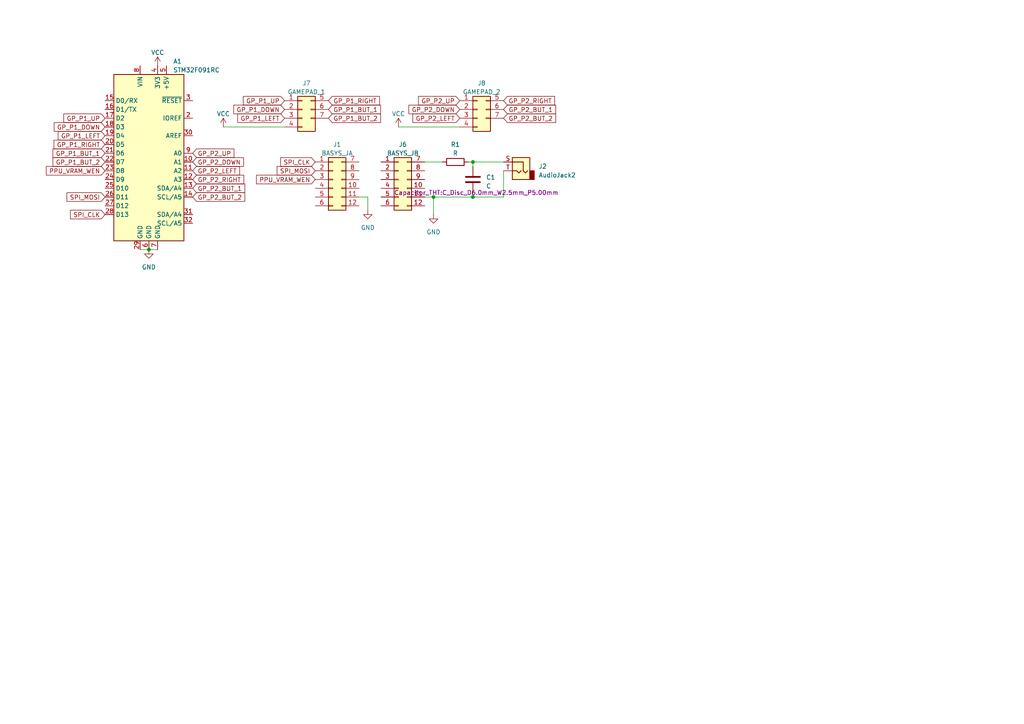
<source format=kicad_sch>
(kicad_sch (version 20230121) (generator eeschema)
  (paper "A4")
  (lib_symbols
    (symbol "Connector_Audio:AudioJack2"
      (property "Reference" "J" (at 0 8.89 0))
      (property "Value" "AudioJack2" (at 0 6.35 0))
      (symbol "AudioJack2_0_1"
        (rectangle (start -3.81 0) (end -2.54 -2.54) (stroke (width 0.254)) (fill (type outline)))
        (rectangle (start -2.54 3.81) (end 2.54 -2.54) (stroke (width 0.254)) (fill (type background)))
        (polyline (pts (xy 0 0) (xy 0.635 -0.635) (xy 1.27 0) (xy 2.54 0)) (stroke (width 0.254)))
        (polyline (pts (xy 2.54 2.54) (xy -0.635 2.54) (xy -0.635 0) (xy -1.27 -0.635) (xy -1.905 0)) (stroke (width 0.254)))
      )
      (symbol "AudioJack2_1_1"
        (pin passive line (at 5.08 2.54 180) (length 2.54) (name "~") (number "S"))
        (pin passive line (at 5.08 0 180) (length 2.54) (name "~") (number "T"))
      )
    )
    (symbol "Connector_Generic:Conn_02x04_Top_Bottom" (pin_names (offset 1.016) hide)
      (property "Reference" "J7" (at 1.27 7.62 0))
      (property "Value" "Conn_02x04_Top_Bottom" (at 1.27 5.08 0))
      (symbol "Conn_02x04_Top_Bottom_1_1"
        (rectangle (start -1.27 -4.953) (end 0 -5.207) (stroke (width 0.1524)))
        (rectangle (start -1.27 -2.413) (end 0 -2.667) (stroke (width 0.1524)))
        (rectangle (start -1.27 0.127) (end 0 -0.127) (stroke (width 0.1524)))
        (rectangle (start -1.27 2.667) (end 0 2.413) (stroke (width 0.1524)))
        (rectangle (start -1.27 3.81) (end 3.81 -6.35) (stroke (width 0.254)) (fill (type background)))
        (rectangle (start 3.81 -2.413) (end 2.54 -2.667) (stroke (width 0.1524)))
        (rectangle (start 3.81 0.127) (end 2.54 -0.127) (stroke (width 0.1524)))
        (rectangle (start 3.81 2.667) (end 2.54 2.413) (stroke (width 0.1524)))
        (pin output line (at -5.08 2.54 0) (length 3.81) (name "UP") (number "1"))
        (pin output line (at -5.08 0 0) (length 3.81) (name "DOWN") (number "2"))
        (pin output line (at -5.08 -2.54 0) (length 3.81) (name "LEFT") (number "3"))
        (pin input line (at -5.08 -5.08 0) (length 3.81) (name "VCC") (number "4"))
        (pin output line (at 7.62 2.54 180) (length 3.81) (name "RIGHT") (number "5"))
        (pin output line (at 7.62 0 180) (length 3.81) (name "PRIMARY") (number "6"))
        (pin output line (at 7.62 -2.54 180) (length 3.81) (name "SECONDARY") (number "7"))
      )
    )
    (symbol "Connector_Generic:Conn_02x06_Top_Bottom" (pin_names (offset 1.016) hide)
      (property "Reference" "J" (at 1.27 7.62 0))
      (property "Value" "Conn_02x06_Top_Bottom" (at 1.27 -10.16 0))
      (symbol "Conn_02x06_Top_Bottom_1_1"
        (rectangle (start -1.27 -7.493) (end 0 -7.747) (stroke (width 0.1524)))
        (rectangle (start -1.27 -4.953) (end 0 -5.207) (stroke (width 0.1524)))
        (rectangle (start -1.27 -2.413) (end 0 -2.667) (stroke (width 0.1524)))
        (rectangle (start -1.27 0.127) (end 0 -0.127) (stroke (width 0.1524)))
        (rectangle (start -1.27 2.667) (end 0 2.413) (stroke (width 0.1524)))
        (rectangle (start -1.27 5.207) (end 0 4.953) (stroke (width 0.1524)))
        (rectangle (start -1.27 6.35) (end 3.81 -8.89) (stroke (width 0.254)) (fill (type background)))
        (rectangle (start 3.81 -7.493) (end 2.54 -7.747) (stroke (width 0.1524)))
        (rectangle (start 3.81 -4.953) (end 2.54 -5.207) (stroke (width 0.1524)))
        (rectangle (start 3.81 -2.413) (end 2.54 -2.667) (stroke (width 0.1524)))
        (rectangle (start 3.81 0.127) (end 2.54 -0.127) (stroke (width 0.1524)))
        (rectangle (start 3.81 2.667) (end 2.54 2.413) (stroke (width 0.1524)))
        (rectangle (start 3.81 5.207) (end 2.54 4.953) (stroke (width 0.1524)))
        (pin passive line (at -5.08 5.08 0) (length 3.81) (name "Pin_1") (number "1"))
        (pin passive line (at 7.62 -2.54 180) (length 3.81) (name "Pin_10") (number "10"))
        (pin passive line (at 7.62 -5.08 180) (length 3.81) (name "Pin_11") (number "11"))
        (pin passive line (at 7.62 -7.62 180) (length 3.81) (name "Pin_12") (number "12"))
        (pin passive line (at -5.08 2.54 0) (length 3.81) (name "Pin_2") (number "2"))
        (pin passive line (at -5.08 0 0) (length 3.81) (name "Pin_3") (number "3"))
        (pin passive line (at -5.08 -2.54 0) (length 3.81) (name "Pin_4") (number "4"))
        (pin passive line (at -5.08 -5.08 0) (length 3.81) (name "Pin_5") (number "5"))
        (pin passive line (at -5.08 -7.62 0) (length 3.81) (name "Pin_6") (number "6"))
        (pin passive line (at 7.62 5.08 180) (length 3.81) (name "Pin_7") (number "7"))
        (pin passive line (at 7.62 2.54 180) (length 3.81) (name "Pin_8") (number "8"))
        (pin passive line (at 7.62 0 180) (length 3.81) (name "Pin_9") (number "9"))
      )
    )
    (symbol "Device:C" (pin_numbers hide) (pin_names (offset 0.254))
      (property "Reference" "C" (at 0.635 2.54 0))
      (property "Value" "C" (at 0.635 -2.54 0))
      (symbol "C_0_1"
        (polyline (pts (xy -2.032 -0.762) (xy 2.032 -0.762)) (stroke (width 0.508)))
        (polyline (pts (xy -2.032 0.762) (xy 2.032 0.762)) (stroke (width 0.508)))
      )
      (symbol "C_1_1"
        (pin passive line (at 0 3.81 270) (length 2.794) (name "~") (number "1"))
        (pin passive line (at 0 -3.81 90) (length 2.794) (name "~") (number "2"))
      )
    )
    (symbol "Device:R" (pin_numbers hide) (pin_names (offset 0))
      (property "Reference" "R" (at 2.032 0 90))
      (property "Value" "R" (at 0 0 90))
      (symbol "R_0_1"
        (rectangle (start -1.016 -2.54) (end 1.016 2.54) (stroke (width 0.254)))
      )
      (symbol "R_1_1"
        (pin passive line (at 0 3.81 270) (length 1.27) (name "~") (number "1"))
        (pin passive line (at 0 -3.81 90) (length 1.27) (name "~") (number "2"))
      )
    )
    (symbol "MCU_Module:Arduino_UNO_R3"
      (property "Reference" "A" (at -10.16 23.495 0))
      (property "Value" "Arduino_UNO_R3" (at 5.08 -26.67 0))
      (symbol "Arduino_UNO_R3_0_1"
        (rectangle (start -10.16 22.86) (end 10.16 -25.4) (stroke (width 0.254)) (fill (type background)))
      )
      (symbol "Arduino_UNO_R3_1_1"
        (pin no_connect line (at -10.16 -20.32 0) (length 2.54) hide (name "NC") (number "1"))
        (pin bidirectional line (at 12.7 -2.54 180) (length 2.54) (name "A1") (number "10"))
        (pin bidirectional line (at 12.7 -5.08 180) (length 2.54) (name "A2") (number "11"))
        (pin bidirectional line (at 12.7 -7.62 180) (length 2.54) (name "A3") (number "12"))
        (pin bidirectional line (at 12.7 -10.16 180) (length 2.54) (name "SDA/A4") (number "13"))
        (pin bidirectional line (at 12.7 -12.7 180) (length 2.54) (name "SCL/A5") (number "14"))
        (pin bidirectional line (at -12.7 15.24 0) (length 2.54) (name "D0/RX") (number "15"))
        (pin bidirectional line (at -12.7 12.7 0) (length 2.54) (name "D1/TX") (number "16"))
        (pin bidirectional line (at -12.7 10.16 0) (length 2.54) (name "D2") (number "17"))
        (pin bidirectional line (at -12.7 7.62 0) (length 2.54) (name "D3") (number "18"))
        (pin bidirectional line (at -12.7 5.08 0) (length 2.54) (name "D4") (number "19"))
        (pin output line (at 12.7 10.16 180) (length 2.54) (name "IOREF") (number "2"))
        (pin bidirectional line (at -12.7 2.54 0) (length 2.54) (name "D5") (number "20"))
        (pin bidirectional line (at -12.7 0 0) (length 2.54) (name "D6") (number "21"))
        (pin bidirectional line (at -12.7 -2.54 0) (length 2.54) (name "D7") (number "22"))
        (pin bidirectional line (at -12.7 -5.08 0) (length 2.54) (name "D8") (number "23"))
        (pin bidirectional line (at -12.7 -7.62 0) (length 2.54) (name "D9") (number "24"))
        (pin bidirectional line (at -12.7 -10.16 0) (length 2.54) (name "D10") (number "25"))
        (pin bidirectional line (at -12.7 -12.7 0) (length 2.54) (name "D11") (number "26"))
        (pin bidirectional line (at -12.7 -15.24 0) (length 2.54) (name "D12") (number "27"))
        (pin bidirectional line (at -12.7 -17.78 0) (length 2.54) (name "D13") (number "28"))
        (pin power_in line (at -2.54 -27.94 90) (length 2.54) (name "GND") (number "29"))
        (pin input line (at 12.7 15.24 180) (length 2.54) (name "~{RESET}") (number "3"))
        (pin input line (at 12.7 5.08 180) (length 2.54) (name "AREF") (number "30"))
        (pin bidirectional line (at 12.7 -17.78 180) (length 2.54) (name "SDA/A4") (number "31"))
        (pin bidirectional line (at 12.7 -20.32 180) (length 2.54) (name "SCL/A5") (number "32"))
        (pin power_out line (at 2.54 25.4 270) (length 2.54) (name "3V3") (number "4"))
        (pin power_out line (at 5.08 25.4 270) (length 2.54) (name "+5V") (number "5"))
        (pin power_in line (at 0 -27.94 90) (length 2.54) (name "GND") (number "6"))
        (pin power_in line (at 2.54 -27.94 90) (length 2.54) (name "GND") (number "7"))
        (pin power_in line (at -2.54 25.4 270) (length 2.54) (name "VIN") (number "8"))
        (pin bidirectional line (at 12.7 0 180) (length 2.54) (name "A0") (number "9"))
      )
    )
    (symbol "power:GND" (power) (pin_names (offset 0))
      (property "Value" "GND" (at 0 -3.81 0))
      (symbol "GND_0_1"
        (polyline (pts (xy 0 0) (xy 0 -1.27) (xy 1.27 -1.27) (xy 0 -2.54) (xy -1.27 -1.27) (xy 0 -1.27)))
      )
      (symbol "GND_1_1"
        (pin power_in line (at 0 0 270) (length 0) hide (name "GND") (number "1"))
      )
    )
    (symbol "power:VCC" (power) (pin_names (offset 0))
      (property "Value" "VCC" (at 0 3.81 0))
      (symbol "VCC_0_1"
        (polyline (pts (xy -0.762 1.27) (xy 0 2.54)))
        (polyline (pts (xy 0 0) (xy 0 2.54)))
        (polyline (pts (xy 0 2.54) (xy 0.762 1.27)))
      )
      (symbol "VCC_1_1"
        (pin power_in line (at 0 0 90) (length 0) hide (name "VCC") (number "1"))
      )
    )
  )
  (junction (at 137.16 57.15))
  (junction (at 43.18 72.39))
  (junction (at 137.16 46.99))
  (junction (at 125.73 57.15))
  (wire (pts (xy 137.16 57.15) (xy 137.16 55.88)))
  (wire (pts (xy 106.68 57.15) (xy 104.14 57.15)))
  (wire (pts (xy 125.73 57.15) (xy 125.73 62.23)))
  (wire (pts (xy 135.89 46.99) (xy 137.16 46.99)))
  (wire (pts (xy 137.16 48.26) (xy 137.16 46.99)))
  (wire (pts (xy 43.18 72.39) (xy 45.72 72.39)))
  (wire (pts (xy 137.16 57.15) (xy 146.05 57.15)))
  (wire (pts (xy 146.05 46.99) (xy 137.16 46.99)))
  (wire (pts (xy 115.57 36.83) (xy 133.35 36.83)))
  (wire (pts (xy 123.19 46.99) (xy 128.27 46.99)))
  (wire (pts (xy 40.64 72.39) (xy 43.18 72.39)))
  (wire (pts (xy 125.73 57.15) (xy 137.16 57.15)))
  (wire (pts (xy 146.05 57.15) (xy 146.05 49.53)))
  (wire (pts (xy 106.68 57.15) (xy 106.68 60.96)))
  (wire (pts (xy 64.77 36.83) (xy 82.55 36.83)))
  (wire (pts (xy 123.19 57.15) (xy 125.73 57.15)))
  (global_label "GP_P2_LEFT" (shape input) (at 133.35 34.29 180) (property "Intersheetrefs" "${INTERSHEET_REFS}" (effects hide)))
  (global_label "GP_P1_LEFT" (shape input) (at 30.48 39.37 180) (property "Intersheetrefs" "${INTERSHEET_REFS}" (effects hide)))
  (global_label "GP_P1_BUT_2" (shape input) (at 95.25 34.29 0) (property "Intersheetrefs" "${INTERSHEET_REFS}" (effects hide)))
  (global_label "GP_P1_RIGHT" (shape input) (at 30.48 41.91 180) (property "Intersheetrefs" "${INTERSHEET_REFS}" (effects hide)))
  (global_label "GP_P1_DOWN" (shape input) (at 30.48 36.83 180) (property "Intersheetrefs" "${INTERSHEET_REFS}" (effects hide)))
  (global_label "PPU_VRAM_WEN" (shape input) (at 30.48 49.53 180) (property "Intersheetrefs" "${INTERSHEET_REFS}" (effects hide)))
  (global_label "GP_P1_BUT_1" (shape input) (at 30.48 44.45 180) (property "Intersheetrefs" "${INTERSHEET_REFS}" (effects hide)))
  (global_label "GP_P1_RIGHT" (shape input) (at 95.25 29.21 0) (property "Intersheetrefs" "${INTERSHEET_REFS}" (effects hide)))
  (global_label "GP_P2_DOWN" (shape input) (at 55.88 46.99 0) (property "Intersheetrefs" "${INTERSHEET_REFS}" (effects hide)))
  (global_label "GP_P2_RIGHT" (shape input) (at 55.88 52.07 0) (property "Intersheetrefs" "${INTERSHEET_REFS}" (effects hide)))
  (global_label "GP_P2_LEFT" (shape input) (at 55.88 49.53 0) (property "Intersheetrefs" "${INTERSHEET_REFS}" (effects hide)))
  (global_label "GP_P2_UP" (shape input) (at 133.35 29.21 180) (property "Intersheetrefs" "${INTERSHEET_REFS}" (effects hide)))
  (global_label "GP_P1_LEFT" (shape input) (at 82.55 34.29 180) (property "Intersheetrefs" "${INTERSHEET_REFS}" (effects hide)))
  (global_label "GP_P1_UP" (shape input) (at 82.55 29.21 180) (property "Intersheetrefs" "${INTERSHEET_REFS}" (effects hide)))
  (global_label "SPI_CLK" (shape input) (at 91.44 46.99 180) (property "Intersheetrefs" "${INTERSHEET_REFS}" (effects hide)))
  (global_label "GP_P1_BUT_1" (shape input) (at 95.25 31.75 0) (property "Intersheetrefs" "${INTERSHEET_REFS}" (effects hide)))
  (global_label "SPI_MOSI" (shape input) (at 30.48 57.15 180) (property "Intersheetrefs" "${INTERSHEET_REFS}" (effects hide)))
  (global_label "GP_P1_UP" (shape input) (at 30.48 34.29 180) (property "Intersheetrefs" "${INTERSHEET_REFS}" (effects hide)))
  (global_label "GP_P2_DOWN" (shape input) (at 133.35 31.75 180) (property "Intersheetrefs" "${INTERSHEET_REFS}" (effects hide)))
  (global_label "GP_P2_UP" (shape input) (at 55.88 44.45 0) (property "Intersheetrefs" "${INTERSHEET_REFS}" (effects hide)))
  (global_label "GP_P1_DOWN" (shape input) (at 82.55 31.75 180) (property "Intersheetrefs" "${INTERSHEET_REFS}" (effects hide)))
  (global_label "GP_P2_RIGHT" (shape input) (at 146.05 29.21 0) (property "Intersheetrefs" "${INTERSHEET_REFS}" (effects hide)))
  (global_label "GP_P2_BUT_1" (shape input) (at 55.88 54.61 0) (property "Intersheetrefs" "${INTERSHEET_REFS}" (effects hide)))
  (global_label "GP_P1_BUT_2" (shape input) (at 30.48 46.99 180) (property "Intersheetrefs" "${INTERSHEET_REFS}" (effects hide)))
  (global_label "SPI_MOSI" (shape input) (at 91.44 49.53 180) (property "Intersheetrefs" "${INTERSHEET_REFS}" (effects hide)))
  (global_label "PPU_VRAM_WEN" (shape input) (at 91.44 52.07 180) (property "Intersheetrefs" "${INTERSHEET_REFS}" (effects hide)))
  (global_label "SPI_CLK" (shape input) (at 30.48 62.23 180) (property "Intersheetrefs" "${INTERSHEET_REFS}" (effects hide)))
  (global_label "GP_P2_BUT_2" (shape input) (at 55.88 57.15 0) (property "Intersheetrefs" "${INTERSHEET_REFS}" (effects hide)))
  (global_label "GP_P2_BUT_2" (shape input) (at 146.05 34.29 0) (property "Intersheetrefs" "${INTERSHEET_REFS}" (effects hide)))
  (global_label "GP_P2_BUT_1" (shape input) (at 146.05 31.75 0) (property "Intersheetrefs" "${INTERSHEET_REFS}" (effects hide)))
  (symbol (lib_id "power:GND") (at 125.73 62.23 0) (unit 1)
    (property "Reference" "#PWR06" (effects hide))
    (property "Value" "GND" (at 125.73 67.31 0))
  )
  (symbol (lib_id "power:VCC") (at 115.57 36.83 0) (unit 1)
    (property "Reference" "#PWR02" (effects hide))
    (property "Value" "VCC" (at 115.57 33.02 0))
  )
  (symbol (lib_id "power:VCC") (at 45.72 19.05 0) (unit 1)
    (property "Reference" "#PWR04" (effects hide))
    (property "Value" "VCC" (at 45.72 15.24 0))
  )
  (symbol (lib_id "Connector_Audio:AudioJack2") (at 151.13 49.53 0) (mirror y) (unit 1)
    (property "Reference" "J2" (at 156.21 48.26 0) (effects (justify right)))
    (property "Value" "AudioJack2" (at 156.21 50.8 0) (effects (justify right)))
    (property "Footprint" "Connector_Audio:Jack_3.5mm_CUI_SJ1-3523N_Horizontal" (effects hide))
  )
  (symbol (lib_id "power:VCC") (at 64.77 36.83 0) (unit 1)
    (property "Reference" "#PWR01" (effects hide))
    (property "Value" "VCC" (at 64.77 33.02 0))
  )
  (symbol (lib_id "Connector_Generic:Conn_02x06_Top_Bottom") (at 96.52 52.07 0) (unit 1)
    (property "Reference" "J1" (at 97.79 41.91 0))
    (property "Value" "BASYS_JA" (at 97.79 44.45 0))
    (property "Footprint" "Connector_PinHeader_2.54mm:PinHeader_2x06_P2.54mm_Vertical" (effects hide))
  )
  (symbol (lib_id "Device:R") (at 132.08 46.99 90) (unit 1)
    (property "Reference" "R1" (at 132.08 41.91 90))
    (property "Value" "R" (at 132.08 44.45 90))
    (property "Footprint" "Resistor_THT:R_Axial_DIN0207_L6.3mm_D2.5mm_P7.62mm_Horizontal" (effects hide))
  )
  (symbol (lib_id "Device:C") (at 137.16 52.07 0) (unit 1)
    (property "Reference" "C1" (at 140.97 51.435 0) (effects (justify left)))
    (property "Value" "C" (at 140.97 53.975 0) (effects (justify left)))
    (property "Footprint" "Capacitor_THT:C_Disc_D6.0mm_W2.5mm_P5.00mm" (at 138.1252 55.88 0))
  )
  (symbol (lib_id "power:GND") (at 43.18 72.39 0) (unit 1)
    (property "Reference" "#PWR03" (effects hide))
    (property "Value" "GND" (at 43.18 77.47 0))
  )
  (symbol (lib_id "Connector_Generic:Conn_02x04_Top_Bottom") (at 87.63 31.75 0) (unit 1)
    (property "Reference" "J7" (at 88.9 24.13 0))
    (property "Value" "GAMEPAD_1" (at 88.9 26.67 0))
    (property "Footprint" "Connector_PinHeader_2.54mm:PinHeader_2x04_P2.54mm_Vertical" (effects hide))
  )
  (symbol (lib_id "Connector_Generic:Conn_02x04_Top_Bottom") (at 138.43 31.75 0) (unit 1)
    (property "Reference" "J8" (at 139.7 24.13 0))
    (property "Value" "GAMEPAD_2" (at 139.7 26.67 0))
    (property "Footprint" "Connector_PinHeader_2.54mm:PinHeader_2x04_P2.54mm_Vertical" (effects hide))
  )
  (symbol (lib_id "MCU_Module:Arduino_UNO_R3") (at 43.18 44.45 0) (unit 1)
    (property "Reference" "A1" (at 50.2159 17.78 0) (effects (justify left)))
    (property "Value" "STM32F091RC" (at 50.2159 20.32 0) (effects (justify left)))
    (property "Footprint" "Module:Arduino_UNO_R3" (effects hide))
  )
  (symbol (lib_id "power:GND") (at 106.68 60.96 0) (unit 1)
    (property "Reference" "#PWR05" (effects hide))
    (property "Value" "GND" (at 106.68 66.04 0))
  )
  (symbol (lib_id "Connector_Generic:Conn_02x06_Top_Bottom") (at 115.57 52.07 0) (unit 1)
    (property "Reference" "J6" (at 116.84 41.91 0))
    (property "Value" "BASYS_JB" (at 116.84 44.45 0))
    (property "Footprint" "Connector_PinHeader_2.54mm:PinHeader_2x06_P2.54mm_Vertical" (effects hide))
  )
)
</source>
